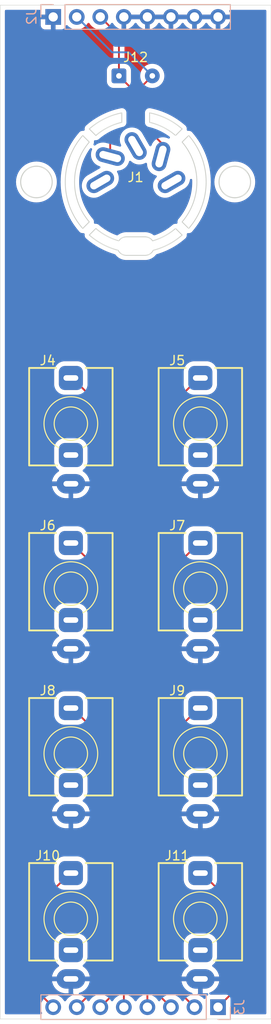
<source format=kicad_pcb>
(kicad_pcb (version 20240108) (generator "pcbnew") (generator_version "8.0")
  (title_block (title "Midi to CV Connectors") (rev "1,0"))
  (layers (0 "F.Cu" signal) (31 "B.Cu" signal) (34 "B.Paste" user) (35 "F.Paste" user) (36 "B.SilkS" user "B.Silkscreen") (37 "F.SilkS" user "F.Silkscreen") (38 "B.Mask" user) (39 "F.Mask" user) (44 "Edge.Cuts" user))
  (net 0 "")
  (net 1 "GND")
  (net 2 "GATE_1_OUT")
  (net 6 "MIDI_SOURCE")
  (net 7 "MIDI_SINK")
  (net 8 "CV_3_OUT")
  (net 9 "GATE_3_OUT")
  (net 10 "GATE_4_OUT")
  (net 11 "CV_1_OUT")
  (net 12 "CV_4_OUT")
  (net 13 "GATE_2_OUT")
  (net 14 "CV_2_OUT")
  (footprint "AudioJacks:Jack_3.5mm_QingPu_WQP-PJ301M-12_Vertical" (layer "F.Cu") (at 46.99 125.095)
    (property "Reference" "J9" (at -2.5 -6.8 0) (layer "F.SilkS"))
    (property "Value" "GATE 3 OUT" (hide yes))
    (fp_line (start -4.5 -6) (end -1.6 -6) (stroke (width 0.2)) (layer "F.SilkS"))
    (fp_line (start -4.5 4.5) (end -4.5 -6) (stroke (width 0.2)) (layer "F.SilkS"))
    (fp_line (start -4.5 4.5) (end -1.5 4.5) (stroke (width 0.2)) (layer "F.SilkS"))
    (fp_line (start 1.5 4.5) (end 4.5 4.5) (stroke (width 0.2)) (layer "F.SilkS"))
    (fp_line (start 1.6 -6) (end 4.5 -6) (stroke (width 0.2)) (layer "F.SilkS"))
    (fp_line (start 4.5 4.5) (end 4.5 -6) (stroke (width 0.2)) (layer "F.SilkS"))
    (fp_arc (start -1.296263 2.588577) (mid -2.817353 -0.665994) (end 0 -2.895) (stroke (width 0.12)) (layer "F.SilkS"))
    (fp_arc (start 0 -2.895) (mid 2.817353 -0.665994) (end 1.296263 2.588577) (stroke (width 0.12)) (layer "F.SilkS"))
    (fp_circle (center 0 0) (end -1.8 0) (stroke (width 0.12)) (fill none) (layer "F.SilkS"))
    (pad "S" thru_hole oval (at 0 6.48) (size 3.1 2.1) (drill oval 1.6 0.6) (layers "*.Cu" "*.Mask") (net 1 "GND"))
    (pad "T" thru_hole roundrect (at 0 -4.92) (size 2.6 2.6) (drill oval 1.6 0.6) (layers "*.Cu" "*.Mask") (net 9 "GATE_3_OUT"))
    (pad "TN" thru_hole roundrect (at 0 3.38) (size 2.6 2.6) (drill oval 1.6 0.6) (layers "*.Cu" "*.Mask"))
  )
  (footprint "AudioJacks:Jack_3.5mm_QingPu_WQP-PJ301M-12_Vertical" (layer "F.Cu") (at 33.02 107.315)
    (property "Reference" "J6" (at -2.5 -6.8 0) (layer "F.SilkS"))
    (property "Value" "CV 2 OUT" (hide yes))
    (fp_line (start -4.5 -6) (end -1.6 -6) (stroke (width 0.2)) (layer "F.SilkS"))
    (fp_line (start -4.5 4.5) (end -4.5 -6) (stroke (width 0.2)) (layer "F.SilkS"))
    (fp_line (start -4.5 4.5) (end -1.5 4.5) (stroke (width 0.2)) (layer "F.SilkS"))
    (fp_line (start 1.5 4.5) (end 4.5 4.5) (stroke (width 0.2)) (layer "F.SilkS"))
    (fp_line (start 1.6 -6) (end 4.5 -6) (stroke (width 0.2)) (layer "F.SilkS"))
    (fp_line (start 4.5 4.5) (end 4.5 -6) (stroke (width 0.2)) (layer "F.SilkS"))
    (fp_arc (start -1.296263 2.588577) (mid -2.817353 -0.665994) (end 0 -2.895) (stroke (width 0.12)) (layer "F.SilkS"))
    (fp_arc (start 0 -2.895) (mid 2.817353 -0.665994) (end 1.296263 2.588577) (stroke (width 0.12)) (layer "F.SilkS"))
    (fp_circle (center 0 0) (end -1.8 0) (stroke (width 0.12)) (fill none) (layer "F.SilkS"))
    (pad "S" thru_hole oval (at 0 6.48) (size 3.1 2.1) (drill oval 1.6 0.6) (layers "*.Cu" "*.Mask") (net 1 "GND"))
    (pad "T" thru_hole roundrect (at 0 -4.92) (size 2.6 2.6) (drill oval 1.6 0.6) (layers "*.Cu" "*.Mask") (net 14 "CV_2_OUT"))
    (pad "TN" thru_hole roundrect (at 0 3.38) (size 2.6 2.6) (drill oval 1.6 0.6) (layers "*.Cu" "*.Mask"))
  )
  (footprint "AudioJacks:Jack_3.5mm_QingPu_WQP-PJ301M-12_Vertical" (layer "F.Cu") (at 46.99 107.315)
    (property "Reference" "J7" (at -2.5 -6.8 0) (layer "F.SilkS"))
    (property "Value" "GATE 2 OUT" (hide yes))
    (fp_line (start -4.5 -6) (end -1.6 -6) (stroke (width 0.2)) (layer "F.SilkS"))
    (fp_line (start -4.5 4.5) (end -4.5 -6) (stroke (width 0.2)) (layer "F.SilkS"))
    (fp_line (start -4.5 4.5) (end -1.5 4.5) (stroke (width 0.2)) (layer "F.SilkS"))
    (fp_line (start 1.5 4.5) (end 4.5 4.5) (stroke (width 0.2)) (layer "F.SilkS"))
    (fp_line (start 1.6 -6) (end 4.5 -6) (stroke (width 0.2)) (layer "F.SilkS"))
    (fp_line (start 4.5 4.5) (end 4.5 -6) (stroke (width 0.2)) (layer "F.SilkS"))
    (fp_arc (start -1.296263 2.588577) (mid -2.817353 -0.665994) (end 0 -2.895) (stroke (width 0.12)) (layer "F.SilkS"))
    (fp_arc (start 0 -2.895) (mid 2.817353 -0.665994) (end 1.296263 2.588577) (stroke (width 0.12)) (layer "F.SilkS"))
    (fp_circle (center 0 0) (end -1.8 0) (stroke (width 0.12)) (fill none) (layer "F.SilkS"))
    (pad "S" thru_hole oval (at 0 6.48) (size 3.1 2.1) (drill oval 1.6 0.6) (layers "*.Cu" "*.Mask") (net 1 "GND"))
    (pad "T" thru_hole roundrect (at 0 -4.92) (size 2.6 2.6) (drill oval 1.6 0.6) (layers "*.Cu" "*.Mask") (net 13 "GATE_2_OUT"))
    (pad "TN" thru_hole roundrect (at 0 3.38) (size 2.6 2.6) (drill oval 1.6 0.6) (layers "*.Cu" "*.Mask"))
  )
  (footprint "AudioJacks:Jack_3.5mm_QingPu_WQP-PJ301M-12_Vertical" (layer "F.Cu") (at 33.02 89.535)
    (property "Reference" "J4" (at -2.5 -6.8 0) (layer "F.SilkS"))
    (property "Value" "CV 1 OUT" (hide yes))
    (fp_line (start -4.5 -6) (end -1.6 -6) (stroke (width 0.2)) (layer "F.SilkS"))
    (fp_line (start -4.5 4.5) (end -4.5 -6) (stroke (width 0.2)) (layer "F.SilkS"))
    (fp_line (start -4.5 4.5) (end -1.5 4.5) (stroke (width 0.2)) (layer "F.SilkS"))
    (fp_line (start 1.5 4.5) (end 4.5 4.5) (stroke (width 0.2)) (layer "F.SilkS"))
    (fp_line (start 1.6 -6) (end 4.5 -6) (stroke (width 0.2)) (layer "F.SilkS"))
    (fp_line (start 4.5 4.5) (end 4.5 -6) (stroke (width 0.2)) (layer "F.SilkS"))
    (fp_arc (start -1.296263 2.588577) (mid -2.817353 -0.665994) (end 0 -2.895) (stroke (width 0.12)) (layer "F.SilkS"))
    (fp_arc (start 0 -2.895) (mid 2.817353 -0.665994) (end 1.296263 2.588577) (stroke (width 0.12)) (layer "F.SilkS"))
    (fp_circle (center 0 0) (end -1.8 0) (stroke (width 0.12)) (fill none) (layer "F.SilkS"))
    (pad "S" thru_hole oval (at 0 6.48) (size 3.1 2.1) (drill oval 1.6 0.6) (layers "*.Cu" "*.Mask") (net 1 "GND"))
    (pad "T" thru_hole roundrect (at 0 -4.92) (size 2.6 2.6) (drill oval 1.6 0.6) (layers "*.Cu" "*.Mask") (net 11 "CV_1_OUT"))
    (pad "TN" thru_hole roundrect (at 0 3.38) (size 2.6 2.6) (drill oval 1.6 0.6) (layers "*.Cu" "*.Mask"))
  )
  (footprint "AudioJacks:Jack_3.5mm_QingPu_WQP-PJ301M-12_Vertical" (layer "F.Cu") (at 46.99 89.535)
    (property "Reference" "J5" (at -2.5 -6.8 0) (layer "F.SilkS"))
    (property "Value" "GATE 1 OUT" (hide yes))
    (fp_line (start -4.5 -6) (end -1.6 -6) (stroke (width 0.2)) (layer "F.SilkS"))
    (fp_line (start -4.5 4.5) (end -4.5 -6) (stroke (width 0.2)) (layer "F.SilkS"))
    (fp_line (start -4.5 4.5) (end -1.5 4.5) (stroke (width 0.2)) (layer "F.SilkS"))
    (fp_line (start 1.5 4.5) (end 4.5 4.5) (stroke (width 0.2)) (layer "F.SilkS"))
    (fp_line (start 1.6 -6) (end 4.5 -6) (stroke (width 0.2)) (layer "F.SilkS"))
    (fp_line (start 4.5 4.5) (end 4.5 -6) (stroke (width 0.2)) (layer "F.SilkS"))
    (fp_arc (start -1.296263 2.588577) (mid -2.817353 -0.665994) (end 0 -2.895) (stroke (width 0.12)) (layer "F.SilkS"))
    (fp_arc (start 0 -2.895) (mid 2.817353 -0.665994) (end 1.296263 2.588577) (stroke (width 0.12)) (layer "F.SilkS"))
    (fp_circle (center 0 0) (end -1.8 0) (stroke (width 0.12)) (fill none) (layer "F.SilkS"))
    (pad "S" thru_hole oval (at 0 6.48) (size 3.1 2.1) (drill oval 1.6 0.6) (layers "*.Cu" "*.Mask") (net 1 "GND"))
    (pad "T" thru_hole roundrect (at 0 -4.92) (size 2.6 2.6) (drill oval 1.6 0.6) (layers "*.Cu" "*.Mask") (net 2 "GATE_1_OUT"))
    (pad "TN" thru_hole roundrect (at 0 3.38) (size 2.6 2.6) (drill oval 1.6 0.6) (layers "*.Cu" "*.Mask"))
  )
  (footprint "AudioJacks:Jack_3.5mm_QingPu_WQP-PJ301M-12_Vertical" (layer "F.Cu") (at 33.02 142.875)
    (property "Reference" "J10" (at -2.5 -6.8 0) (layer "F.SilkS"))
    (property "Value" "CV 4 OUT" (hide yes))
    (fp_line (start -4.5 -6) (end -1.6 -6) (stroke (width 0.2)) (layer "F.SilkS"))
    (fp_line (start -4.5 4.5) (end -4.5 -6) (stroke (width 0.2)) (layer "F.SilkS"))
    (fp_line (start -4.5 4.5) (end -1.5 4.5) (stroke (width 0.2)) (layer "F.SilkS"))
    (fp_line (start 1.5 4.5) (end 4.5 4.5) (stroke (width 0.2)) (layer "F.SilkS"))
    (fp_line (start 1.6 -6) (end 4.5 -6) (stroke (width 0.2)) (layer "F.SilkS"))
    (fp_line (start 4.5 4.5) (end 4.5 -6) (stroke (width 0.2)) (layer "F.SilkS"))
    (fp_arc (start -1.296263 2.588577) (mid -2.817353 -0.665994) (end 0 -2.895) (stroke (width 0.12)) (layer "F.SilkS"))
    (fp_arc (start 0 -2.895) (mid 2.817353 -0.665994) (end 1.296263 2.588577) (stroke (width 0.12)) (layer "F.SilkS"))
    (fp_circle (center 0 0) (end -1.8 0) (stroke (width 0.12)) (fill none) (layer "F.SilkS"))
    (pad "S" thru_hole oval (at 0 6.48) (size 3.1 2.1) (drill oval 1.6 0.6) (layers "*.Cu" "*.Mask") (net 1 "GND"))
    (pad "T" thru_hole roundrect (at 0 -4.92) (size 2.6 2.6) (drill oval 1.6 0.6) (layers "*.Cu" "*.Mask") (net 12 "CV_4_OUT"))
    (pad "TN" thru_hole roundrect (at 0 3.38) (size 2.6 2.6) (drill oval 1.6 0.6) (layers "*.Cu" "*.Mask"))
  )
  (footprint "Paul:DIN_5_Vertical" (layer "F.Cu") (at 40.005 63.5)
    (property "Reference" "J1" (at 0 -0.5 0) (layer "F.SilkS"))
    (property "Value" "DIN-5_180degree" (hide yes))
    (fp_circle (center -10.7 0) (end -9 0) (stroke (width 0.12)) (fill none) (layer "Edge.Cuts"))
    (fp_circle (center 10.7 0) (end 12.4 0) (stroke (width 0.12)) (fill none) (layer "Edge.Cuts"))
    (fp_poly (pts (xy 5.725584 -5.008289) (xy 5.72558 -5.008285) (xy 5.7255 -5.00838)) (stroke (width 0.1)) (fill none) (layer "Edge.Cuts"))
    (fp_poly (pts (xy -1.49 -6.426792) (xy -1.68301 -6.378696) (xy -1.87418 -6.324896) (xy -2.063389 -6.265453) (xy -2.250518 -6.200427) (xy -2.435448 -6.12988) (xy -2.618059 -6.053872) (xy -2.798231 -5.972462) (xy -2.975845 -5.885713) (xy -3.150782 -5.793684) (xy -3.322922 -5.696437) (xy -3.492146 -5.594031) (xy -3.658334 -5.486527) (xy -3.821367 -5.373987) (xy -3.981125 -5.256469) (xy -4.137488 -5.134036) (xy -4.290338 -5.006748) (xy -4.998827 -5.715213) (xy -4.809235 -5.875965) (xy -4.614859 -6.030147) (xy -4.415876 -6.177672) (xy -4.212461 -6.318451) (xy -4.004791 -6.4524) (xy -3.793042 -6.579429) (xy -3.577391 -6.699452) (xy -3.358013 -6.812381) (xy -3.135085 -6.918131) (xy -2.908784 -7.016612) (xy -2.679285 -7.107739) (xy -2.446765 -7.191424) (xy -2.2114 -7.26758) (xy -1.973367 -7.336119) (xy -1.732841 -7.396955) (xy -1.49 -7.45)) (stroke (width 0.1)) (fill none) (layer "Edge.Cuts"))
    (fp_poly (pts (xy 1.752674 -7.396955) (xy 1.9932 -7.336119) (xy 2.231233 -7.26758) (xy 2.466598 -7.191424) (xy 2.699118 -7.107739) (xy 2.928616 -7.016612) (xy 3.154918 -6.918131) (xy 3.377845 -6.812381) (xy 3.597222 -6.699452) (xy 3.812873 -6.579429) (xy 4.024621 -6.4524) (xy 4.232291 -6.318451) (xy 4.435705 -6.177672) (xy 4.634687 -6.030147) (xy 4.829062 -5.875965) (xy 5.018652 -5.715213) (xy 4.309652 -5.006214) (xy 4.156839 -5.133528) (xy 4.000512 -5.255989) (xy 3.84079 -5.373535) (xy 3.677792 -5.486105) (xy 3.511639 -5.593639) (xy 3.342449 -5.696077) (xy 3.170342 -5.793357) (xy 2.995438 -5.885419) (xy 2.817855 -5.972204) (xy 2.637714 -6.053649) (xy 2.455134 -6.129694) (xy 2.270234 -6.20028) (xy 2.083133 -6.265344) (xy 1.893952 -6.324827) (xy 1.702809 -6.378668) (xy 1.509825 -6.426807) (xy 1.509825 -7.45) (xy 1.509832 -7.45)) (stroke (width 0.1)) (fill none) (layer "Edge.Cuts"))
    (fp_poly (pts (xy -4.997408 -4.299137) (xy -5.184691 -4.070938) (xy -5.360979 -3.835442) (xy -5.526121 -3.593056) (xy -5.679967 -3.344183) (xy -5.822368 -3.08923) (xy -5.953172 -2.828601) (xy -6.072231 -2.562701) (xy -6.179395 -2.291936) (xy -6.274512 -2.016711) (xy -6.357434 -1.737431) (xy -6.42801 -1.454502) (xy -6.486091 -1.168327) (xy -6.531525 -0.879313) (xy -6.564165 -0.587865) (xy -6.583858 -0.294388) (xy -6.590456 0.000714) (xy -6.583848 0.29585) (xy -6.564145 0.589357) (xy -6.531496 0.880831) (xy -6.486051 1.169866) (xy -6.427961 1.456058) (xy -6.357375 1.739002) (xy -6.274444 2.018292) (xy -6.179317 2.293524) (xy -6.072145 2.564293) (xy -5.953078 2.830195) (xy -5.822265 3.090823) (xy -5.679857 3.345774) (xy -5.526003 3.594642) (xy -5.360854 3.837023) (xy -5.18456 4.072511) (xy -4.99727 4.300702) (xy -5.706186 5.009823) (xy -5.927505 4.745413) (xy -6.135869 4.472251) (xy -6.331095 4.190822) (xy -6.513 3.901611) (xy -6.681402 3.605104) (xy -6.836118 3.301786) (xy -6.976966 2.992141) (xy -7.103763 2.676655) (xy -7.216326 2.355814) (xy -7.314473 2.030102) (xy -7.398022 1.700004) (xy -7.466789 1.366006) (xy -7.520593 1.028593) (xy -7.55925 0.688249) (xy -7.582578 0.345461) (xy -7.590395 0.000714) (xy -7.582585 -0.34401) (xy -7.559264 -0.686777) (xy -7.520614 -1.027102) (xy -7.466816 -1.364499) (xy -7.398055 -1.698485) (xy -7.314513 -2.028572) (xy -7.216372 -2.354276) (xy -7.103814 -2.675111) (xy -6.977023 -2.990593) (xy -6.83618 -3.300235) (xy -6.68147 -3.603553) (xy -6.513073 -3.900061) (xy -6.331173 -4.189274) (xy -6.135952 -4.470707) (xy -5.927593 -4.743873) (xy -5.706278 -5.008289)) (stroke (width 0.1)) (fill none) (layer "Edge.Cuts"))
    (fp_poly (pts (xy 5.946821 -4.74397) (xy 6.155186 -4.470808) (xy 6.350412 -4.189379) (xy 6.532318 -3.900169) (xy 6.700721 -3.603662) (xy 6.855438 -3.300344) (xy 6.996286 -2.990699) (xy 7.123083 -2.675214) (xy 7.235647 -2.354374) (xy 7.333794 -2.028662) (xy 7.417343 -1.698566) (xy 7.486111 -1.36457) (xy 7.539914 -1.027158) (xy 7.578572 -0.686817) (xy 7.6019 -0.344031) (xy 7.609717 0.000714) (xy 7.601906 0.345437) (xy 7.578583 0.688205) (xy 7.539932 1.02853) (xy 7.486134 1.365929) (xy 7.417372 1.699915) (xy 7.333828 2.030003) (xy 7.235686 2.355708) (xy 7.123128 2.676545) (xy 6.996336 2.992027) (xy 6.855493 3.30167) (xy 6.700781 3.604988) (xy 6.532384 3.901495) (xy 6.350483 4.190708) (xy 6.155261 4.472139) (xy 5.9469 4.745303) (xy 5.725584 5.009716) (xy 5.016516 4.301907) (xy 5.203822 4.073701) (xy 5.380131 3.838196) (xy 5.545293 3.595794) (xy 5.699159 3.3469) (xy 5.841578 3.091918) (xy 5.972399 2.83125) (xy 6.091474 2.565301) (xy 6.198651 2.294474) (xy 6.293782 2.019173) (xy 6.376715 1.739802) (xy 6.447301 1.456764) (xy 6.50539 1.170462) (xy 6.550831 0.881301) (xy 6.583475 0.589685) (xy 6.603171 0.296016) (xy 6.60977 0.000698) (xy 6.603163 -0.294438) (xy 6.583461 -0.587946) (xy 6.550813 -0.87942) (xy 6.505369 -1.168456) (xy 6.44728 -1.454649) (xy 6.376695 -1.737593) (xy 6.293764 -2.016885) (xy 6.198637 -2.292118) (xy 6.091465 -2.562887) (xy 5.972397 -2.828789) (xy 5.841584 -3.089418) (xy 5.699175 -3.344368) (xy 5.545321 -3.593235) (xy 5.380171 -3.835615) (xy 5.203875 -4.071101) (xy 5.016584 -4.299289) (xy 5.72558 -5.008285)) (stroke (width 0.1)) (fill none) (layer "Edge.Cuts"))
    (fp_poly (pts (xy -4.154028 5.122045) (xy -4.01488 5.232098) (xy -3.872981 5.338259) (xy -3.728412 5.440482) (xy -3.58126 5.538721) (xy -3.431607 5.632932) (xy -3.279539 5.723069) (xy -3.125138 5.809086) (xy -2.96849 5.890939) (xy -2.809678 5.968581) (xy -2.648786 6.041967) (xy -2.485899 6.111052) (xy -2.321101 6.17579) (xy -2.154476 6.236137) (xy -1.986107 6.292046) (xy -1.81608 6.343472) (xy -1.780953 6.295259) (xy -1.743078 6.249292) (xy -1.702574 6.205689) (xy -1.659558 6.16457) (xy -1.614147 6.126054) (xy -1.56646 6.090261) (xy -1.516615 6.05731) (xy -1.464728 6.027321) (xy -1.410918 6.000413) (xy -1.355303 5.976705) (xy -1.298 5.956317) (xy -1.239127 5.939368) (xy -1.178802 5.925978) (xy -1.117142 5.916265) (xy -1.054265 5.91035) (xy -0.99029 5.908352) (xy 1.010115 5.908352) (xy 1.042233 5.908854) (xy 1.074091 5.91035) (xy 1.105674 5.912826) (xy 1.136967 5.916265) (xy 1.167957 5.920654) (xy 1.198627 5.925978) (xy 1.258952 5.939368) (xy 1.317825 5.956317) (xy 1.375128 5.976705) (xy 1.430743 6.000413) (xy 1.484552 6.027321) (xy 1.536439 6.05731) (xy 1.586284 6.090261) (xy 1.63397 6.126054) (xy 1.67938 6.16457) (xy 1.722395 6.205689) (xy 1.762898 6.249292) (xy 1.800772 6.295259) (xy 1.835898 6.343472) (xy 2.005925 6.292048) (xy 2.174294 6.236142) (xy 2.34092 6.175797) (xy 2.505718 6.111061) (xy 2.668606 6.041977) (xy 2.829498 5.968592) (xy 2.988311 5.890951) (xy 3.144961 5.8091) (xy 3.299362 5.723083) (xy 3.451432 5.632947) (xy 3.601086 5.538736) (xy 3.74824 5.440497) (xy 3.892809 5.338274) (xy 4.03471 5.232113) (xy 4.173859 5.12206) (xy 4.310171 5.00816) (xy 5.018652 5.716626) (xy 4.848753 5.861174) (xy 4.674951 6.000467) (xy 4.497373 6.134438) (xy 4.316145 6.263021) (xy 4.131392 6.386148) (xy 3.943242 6.503754) (xy 3.751819 6.615772) (xy 3.55725 6.722136) (xy 3.359661 6.822778) (xy 3.159178 6.917633) (xy 2.955927 7.006633) (xy 2.750034 7.089713) (xy 2.541625 7.166805) (xy 2.330827 7.237843) (xy 2.117764 7.302761) (xy 1.902563 7.361493) (xy 1.869694 7.421216) (xy 1.832959 7.478339) (xy 1.792533 7.53269) (xy 1.748589 7.584095) (xy 1.701301 7.632382) (xy 1.650843 7.677377) (xy 1.597389 7.718907) (xy 1.541111 7.7568) (xy 1.482184 7.790883) (xy 1.420782 7.820982) (xy 1.357079 7.846925) (xy 1.291247 7.868539) (xy 1.223461 7.885651) (xy 1.153895 7.898088) (xy 1.082721 7.905677) (xy 1.010115 7.908245) (xy -0.99029 7.908245) (xy -1.02676 7.9076) (xy -1.062895 7.905677) (xy -1.098671 7.9025) (xy -1.134067 7.898088) (xy -1.169061 7.892465) (xy -1.203632 7.885651) (xy -1.237757 7.877669) (xy -1.271416 7.868539) (xy -1.304587 7.858284) (xy -1.337247 7.846925) (xy -1.369375 7.834484) (xy -1.40095 7.820981) (xy -1.431949 7.80644) (xy -1.462351 7.790882) (xy -1.492135 7.774327) (xy -1.521277 7.756798) (xy -1.549758 7.738317) (xy -1.577555 7.718904) (xy -1.604646 7.698582) (xy -1.631009 7.677373) (xy -1.656624 7.655297) (xy -1.681468 7.632377) (xy -1.705519 7.608633) (xy -1.728756 7.584089) (xy -1.751158 7.558764) (xy -1.772701 7.532682) (xy -1.793366 7.505863) (xy -1.813129 7.478329) (xy -1.83197 7.450102) (xy -1.849866 7.421203) (xy -1.866796 7.391654) (xy -1.882738 7.361477) (xy -2.097972 7.302762) (xy -2.311068 7.237858) (xy -2.5219 7.166832) (xy -2.730343 7.089749) (xy -2.936269 7.006678) (xy -3.139554 6.917684) (xy -3.34007 6.822833) (xy -3.537692 6.722193) (xy -3.732294 6.61583) (xy -3.923748 6.503811) (xy -4.111931 6.386202) (xy -4.296714 6.26307) (xy -4.477973 6.134481) (xy -4.655581 6.000502) (xy -4.829411 5.8612) (xy -4.999338 5.716641) (xy -4.290338 5.00816) (xy -4.290338 5.008145)) (stroke (width 0.1)) (fill none) (layer "Edge.Cuts"))
    (pad "1" thru_hole oval (at -3.81 0 30) (size 3.2 1.6) (drill oval 2.4 0.8) (layers "*.Cu" "*.Mask"))
    (pad "2" thru_hole oval (at 0 -3.875 120) (size 3.2 1.6) (drill oval 2.4 0.8) (layers "*.Cu" "*.Mask"))
    (pad "3" thru_hole oval (at 3.875 0 30) (size 3.2 1.6) (drill oval 2.4 0.8) (layers "*.Cu" "*.Mask"))
    (pad "4" thru_hole oval (at -2.74 -2.74 345) (size 3.2 1.6) (drill oval 2.4 0.8) (layers "*.Cu" "*.Mask") (net 6 "MIDI_SOURCE"))
    (pad "5" thru_hole oval (at 2.74 -2.74 75) (size 3.2 1.6) (drill oval 2.4 0.8) (layers "*.Cu" "*.Mask") (net 7 "MIDI_SINK"))
  )
  (footprint "AudioJacks:Jack_3.5mm_QingPu_WQP-PJ301M-12_Vertical" (layer "F.Cu") (at 33.02 125.095)
    (property "Reference" "J8" (at -2.5 -6.8 0) (layer "F.SilkS"))
    (property "Value" "CV 3 OUT" (hide yes))
    (fp_line (start -4.5 -6) (end -1.6 -6) (stroke (width 0.2)) (layer "F.SilkS"))
    (fp_line (start -4.5 4.5) (end -4.5 -6) (stroke (width 0.2)) (layer "F.SilkS"))
    (fp_line (start -4.5 4.5) (end -1.5 4.5) (stroke (width 0.2)) (layer "F.SilkS"))
    (fp_line (start 1.5 4.5) (end 4.5 4.5) (stroke (width 0.2)) (layer "F.SilkS"))
    (fp_line (start 1.6 -6) (end 4.5 -6) (stroke (width 0.2)) (layer "F.SilkS"))
    (fp_line (start 4.5 4.5) (end 4.5 -6) (stroke (width 0.2)) (layer "F.SilkS"))
    (fp_arc (start -1.296263 2.588577) (mid -2.817353 -0.665994) (end 0 -2.895) (stroke (width 0.12)) (layer "F.SilkS"))
    (fp_arc (start 0 -2.895) (mid 2.817353 -0.665994) (end 1.296263 2.588577) (stroke (width 0.12)) (layer "F.SilkS"))
    (fp_circle (center 0 0) (end -1.8 0) (stroke (width 0.12)) (fill none) (layer "F.SilkS"))
    (pad "S" thru_hole oval (at 0 6.48) (size 3.1 2.1) (drill oval 1.6 0.6) (layers "*.Cu" "*.Mask") (net 1 "GND"))
    (pad "T" thru_hole roundrect (at 0 -4.92) (size 2.6 2.6) (drill oval 1.6 0.6) (layers "*.Cu" "*.Mask") (net 8 "CV_3_OUT"))
    (pad "TN" thru_hole roundrect (at 0 3.38) (size 2.6 2.6) (drill oval 1.6 0.6) (layers "*.Cu" "*.Mask"))
  )
  (footprint "AudioJacks:Jack_3.5mm_QingPu_WQP-PJ301M-12_Vertical" (layer "F.Cu") (at 46.99 142.875)
    (property "Reference" "J11" (at -2.5 -6.8 0) (layer "F.SilkS"))
    (property "Value" "GATE 4 OUT" (hide yes))
    (fp_line (start -4.5 -6) (end -1.6 -6) (stroke (width 0.2)) (layer "F.SilkS"))
    (fp_line (start -4.5 4.5) (end -4.5 -6) (stroke (width 0.2)) (layer "F.SilkS"))
    (fp_line (start -4.5 4.5) (end -1.5 4.5) (stroke (width 0.2)) (layer "F.SilkS"))
    (fp_line (start 1.5 4.5) (end 4.5 4.5) (stroke (width 0.2)) (layer "F.SilkS"))
    (fp_line (start 1.6 -6) (end 4.5 -6) (stroke (width 0.2)) (layer "F.SilkS"))
    (fp_line (start 4.5 4.5) (end 4.5 -6) (stroke (width 0.2)) (layer "F.SilkS"))
    (fp_arc (start -1.296263 2.588577) (mid -2.817353 -0.665994) (end 0 -2.895) (stroke (width 0.12)) (layer "F.SilkS"))
    (fp_arc (start 0 -2.895) (mid 2.817353 -0.665994) (end 1.296263 2.588577) (stroke (width 0.12)) (layer "F.SilkS"))
    (fp_circle (center 0 0) (end -1.8 0) (stroke (width 0.12)) (fill none) (layer "F.SilkS"))
    (pad "S" thru_hole oval (at 0 6.48) (size 3.1 2.1) (drill oval 1.6 0.6) (layers "*.Cu" "*.Mask") (net 1 "GND"))
    (pad "T" thru_hole roundrect (at 0 -4.92) (size 2.6 2.6) (drill oval 1.6 0.6) (layers "*.Cu" "*.Mask") (net 10 "GATE_4_OUT"))
    (pad "TN" thru_hole roundrect (at 0 3.38) (size 2.6 2.6) (drill oval 1.6 0.6) (layers "*.Cu" "*.Mask"))
  )
  (footprint "Connector_Wire:SolderWire-0.1sqmm_1x02_P3.6mm_D0.4mm_OD1mm" (layer "F.Cu") (at 38.205 52.07)
    (property "Reference" "J12" (at 1.8 -2 0) (layer "F.SilkS"))
    (property "Value" "Conn_01x02" (hide yes))
    (pad "1" thru_hole roundrect (at 0 0) (size 1.6 1.6) (drill 0.6) (layers "*.Cu" "*.Mask") (roundrect_rratio 0.15625) (net 6 "MIDI_SOURCE"))
    (pad "2" thru_hole circle (at 3.6 0) (size 1.6 1.6) (drill 0.6) (layers "*.Cu" "*.Mask") (net 7 "MIDI_SINK"))
  )
  (footprint "Connector_PinHeader_2.54mm:PinHeader_1x08_P2.54mm_Vertical" (layer "B.Cu") (at 48.895 152.4 90)
    (property "Reference" "J3" (at 0 2.33 -90) (layer "B.SilkS") (effects (justify mirror)))
    (property "Value" "Conn_01x08_Socket" (hide yes))
    (fp_line (start 1.33 -19.11) (end -1.33 -19.11) (stroke (width 0.12)) (layer "B.SilkS"))
    (fp_line (start 1.33 -19.11) (end 1.33 -1.27) (stroke (width 0.12)) (layer "B.SilkS"))
    (fp_line (start -1.33 -19.11) (end -1.33 -1.27) (stroke (width 0.12)) (layer "B.SilkS"))
    (fp_line (start 1.33 -1.27) (end -1.33 -1.27) (stroke (width 0.12)) (layer "B.SilkS"))
    (fp_line (start 0 1.33) (end -1.33 1.33) (stroke (width 0.12)) (layer "B.SilkS"))
    (fp_line (start -1.33 1.33) (end -1.33 0) (stroke (width 0.12)) (layer "B.SilkS"))
    (pad "1" thru_hole rect (at 0 0 90) (size 1.7 1.7) (drill 1) (layers "*.Cu" "*.Mask") (net 10 "GATE_4_OUT"))
    (pad "2" thru_hole oval (at 0 -2.54 90) (size 1.7 1.7) (drill 1) (layers "*.Cu" "*.Mask") (net 9 "GATE_3_OUT"))
    (pad "3" thru_hole oval (at 0 -5.08 90) (size 1.7 1.7) (drill 1) (layers "*.Cu" "*.Mask") (net 13 "GATE_2_OUT"))
    (pad "4" thru_hole oval (at 0 -7.62 90) (size 1.7 1.7) (drill 1) (layers "*.Cu" "*.Mask") (net 2 "GATE_1_OUT"))
    (pad "5" thru_hole oval (at 0 -10.16 90) (size 1.7 1.7) (drill 1) (layers "*.Cu" "*.Mask") (net 11 "CV_1_OUT"))
    (pad "6" thru_hole oval (at 0 -12.7 90) (size 1.7 1.7) (drill 1) (layers "*.Cu" "*.Mask") (net 14 "CV_2_OUT"))
    (pad "7" thru_hole oval (at 0 -15.24 90) (size 1.7 1.7) (drill 1) (layers "*.Cu" "*.Mask") (net 8 "CV_3_OUT"))
    (pad "8" thru_hole oval (at 0 -17.78 90) (size 1.7 1.7) (drill 1) (layers "*.Cu" "*.Mask") (net 12 "CV_4_OUT"))
  )
  (footprint "Connector_PinHeader_2.54mm:PinHeader_1x08_P2.54mm_Vertical" (layer "B.Cu") (at 31.115 45.72 -90)
    (property "Reference" "J2" (at 0 2.33 90) (layer "B.SilkS") (effects (justify mirror)))
    (property "Value" "Conn_01x08_Socket" (hide yes))
    (fp_line (start -1.33 1.33) (end -1.33 0) (stroke (width 0.12)) (layer "B.SilkS"))
    (fp_line (start 0 1.33) (end -1.33 1.33) (stroke (width 0.12)) (layer "B.SilkS"))
    (fp_line (start 1.33 -1.27) (end -1.33 -1.27) (stroke (width 0.12)) (layer "B.SilkS"))
    (fp_line (start -1.33 -19.11) (end -1.33 -1.27) (stroke (width 0.12)) (layer "B.SilkS"))
    (fp_line (start 1.33 -19.11) (end 1.33 -1.27) (stroke (width 0.12)) (layer "B.SilkS"))
    (fp_line (start 1.33 -19.11) (end -1.33 -19.11) (stroke (width 0.12)) (layer "B.SilkS"))
    (pad "1" thru_hole rect (at 0 0 270) (size 1.7 1.7) (drill 1) (layers "*.Cu" "*.Mask") (net 1 "GND"))
    (pad "2" thru_hole oval (at 0 -2.54 270) (size 1.7 1.7) (drill 1) (layers "*.Cu" "*.Mask") (net 7 "MIDI_SINK"))
    (pad "3" thru_hole oval (at 0 -5.08 270) (size 1.7 1.7) (drill 1) (layers "*.Cu" "*.Mask") (net 6 "MIDI_SOURCE"))
    (pad "4" thru_hole oval (at 0 -7.62 270) (size 1.7 1.7) (drill 1) (layers "*.Cu" "*.Mask") (net 1 "GND"))
    (pad "5" thru_hole oval (at 0 -10.16 270) (size 1.7 1.7) (drill 1) (layers "*.Cu" "*.Mask") (net 1 "GND"))
    (pad "6" thru_hole oval (at 0 -12.7 270) (size 1.7 1.7) (drill 1) (layers "*.Cu" "*.Mask") (net 1 "GND"))
    (pad "7" thru_hole oval (at 0 -15.24 270) (size 1.7 1.7) (drill 1) (layers "*.Cu" "*.Mask") (net 1 "GND"))
    (pad "8" thru_hole oval (at 0 -17.78 270) (size 1.7 1.7) (drill 1) (layers "*.Cu" "*.Mask") (net 1 "GND"))
  )
  (gr_rect (start 25.4 44.45) (end 54.61 153.67) (stroke (width 0.05)) (fill none) (layer "Edge.Cuts"))
  (segment (start 46.83 84.615) (end 41.275 90.17) (width 0.2) (layer "F.Cu") (net 2))
  (segment (start 41.275 90.17) (end 41.275 152.4) (width 0.2) (layer "F.Cu") (net 2))
  (segment (start 46.99 84.615) (end 46.83 84.615) (width 0.2) (layer "F.Cu") (net 2))
  (segment (start 38.205 47.73) (end 36.195 45.72) (width 0.2) (layer "F.Cu") (net 6))
  (segment (start 37.265 59.255) (end 39.37 57.15) (width 0.2) (layer "F.Cu") (net 6))
  (segment (start 38.205 51.965) (end 38.205 47.73) (width 0.2) (layer "F.Cu") (net 6))
  (segment (start 37.265 60.76) (end 37.265 59.255) (width 0.2) (layer "F.Cu") (net 6))
  (segment (start 39.37 57.15) (end 39.37 55.14) (width 0.2) (layer "F.Cu") (net 6))
  (segment (start 39.37 53.235) (end 38.205 52.07) (width 0.2) (layer "F.Cu") (net 6))
  (segment (start 39.37 55.245) (end 39.37 53.235) (width 0.2) (layer "F.Cu") (net 6))
  (segment (start 42.745 60.76) (end 42.745 59.255) (width 0.2) (layer "F.Cu") (net 7))
  (segment (start 40.625 57.135) (end 40.625 53.25) (width 0.2) (layer "F.Cu") (net 7))
  (segment (start 40.625 53.25) (end 41.805 52.07) (width 0.2) (layer "F.Cu") (net 7))
  (segment (start 42.745 59.255) (end 40.625 57.135) (width 0.2) (layer "F.Cu") (net 7))
  (segment (start 39.265 49.53) (end 41.805 52.07) (width 0.2) (layer "B.Cu") (net 7))
  (segment (start 37.465 49.53) (end 39.265 49.53) (width 0.2) (layer "B.Cu") (net 7))
  (segment (start 33.655 45.72) (end 37.465 49.53) (width 0.2) (layer "B.Cu") (net 7))
  (segment (start 33.655 152.4) (end 37.465 148.59) (width 0.2) (layer "F.Cu") (net 8))
  (segment (start 37.465 148.59) (end 37.465 124.46) (width 0.2) (layer "F.Cu") (net 8))
  (segment (start 37.465 124.46) (end 33.18 120.175) (width 0.2) (layer "F.Cu") (net 8))
  (segment (start 33.18 120.175) (end 33.02 120.175) (width 0.2) (layer "F.Cu") (net 8))
  (segment (start 46.83 120.175) (end 46.99 120.175) (width 0.2) (layer "F.Cu") (net 9))
  (segment (start 42.545 148.59) (end 42.545 124.46) (width 0.2) (layer "F.Cu") (net 9))
  (segment (start 46.355 152.4) (end 42.545 148.59) (width 0.2) (layer "F.Cu") (net 9))
  (segment (start 42.545 124.46) (end 46.83 120.175) (width 0.2) (layer "F.Cu") (net 9))
  (segment (start 46.99 137.955) (end 47.15 137.955) (width 0.2) (layer "F.Cu") (net 10))
  (segment (start 47.15 137.955) (end 50.8 141.605) (width 0.2) (layer "F.Cu") (net 10))
  (segment (start 50.8 141.605) (end 50.8 150.495) (width 0.2) (layer "F.Cu") (net 10))
  (segment (start 50.8 150.495) (end 48.895 152.4) (width 0.2) (layer "F.Cu") (net 10))
  (segment (start 38.735 90.17) (end 33.18 84.615) (width 0.2) (layer "F.Cu") (net 11))
  (segment (start 38.735 152.4) (end 38.735 90.17) (width 0.2) (layer "F.Cu") (net 11))
  (segment (start 33.18 84.615) (end 33.02 84.615) (width 0.2) (layer "F.Cu") (net 11))
  (segment (start 29.21 141.685) (end 29.21 150.495) (width 0.2) (layer "F.Cu") (net 12))
  (segment (start 29.21 150.495) (end 31.115 152.4) (width 0.2) (layer "F.Cu") (net 12))
  (segment (start 32.94 137.955) (end 29.21 141.685) (width 0.2) (layer "F.Cu") (net 12))
  (segment (start 33.02 137.955) (end 32.94 137.955) (width 0.2) (layer "F.Cu") (net 12))
  (segment (start 41.91 107.315) (end 41.91 150.495) (width 0.2) (layer "F.Cu") (net 13))
  (segment (start 46.83 102.395) (end 41.91 107.315) (width 0.2) (layer "F.Cu") (net 13))
  (segment (start 41.91 150.495) (end 43.815 152.4) (width 0.2) (layer "F.Cu") (net 13))
  (segment (start 46.99 102.395) (end 46.83 102.395) (width 0.2) (layer "F.Cu") (net 13))
  (segment (start 38.1 107.395) (end 33.1 102.395) (width 0.2) (layer "F.Cu") (net 14))
  (segment (start 36.195 152.4) (end 38.1 150.495) (width 0.2) (layer "F.Cu") (net 14))
  (segment (start 38.1 150.495) (end 38.1 107.395) (width 0.2) (layer "F.Cu") (net 14))
  (segment (start 33.1 102.395) (end 33.02 102.395) (width 0.2) (layer "F.Cu") (net 14))
  (zone (net 1) (net_name "GND") (layer "F.Cu") (connect_pads (clearance 0.5)) (min_thickness 0.25) (fill yes (thermal_gap 0.5) (thermal_bridge_width 0.5) (island_removal_mode 2) (island_area_min 10))
    (polygon (pts (xy 25.4 44.45) (xy 54.61 44.45) (xy 54.61 153.67) (xy 25.4 153.67)))
  )
  (zone (net 1) (net_name "GND") (layer "B.Cu") (priority 1) (connect_pads (clearance 0.5)) (min_thickness 0.25) (fill yes (thermal_gap 0.5) (thermal_bridge_width 0.5) (island_removal_mode 2) (island_area_min 10))
    (polygon (pts (xy 25.4 44.45) (xy 54.61 44.45) (xy 54.61 153.67) (xy 25.4 153.67)))
  )
)
</source>
